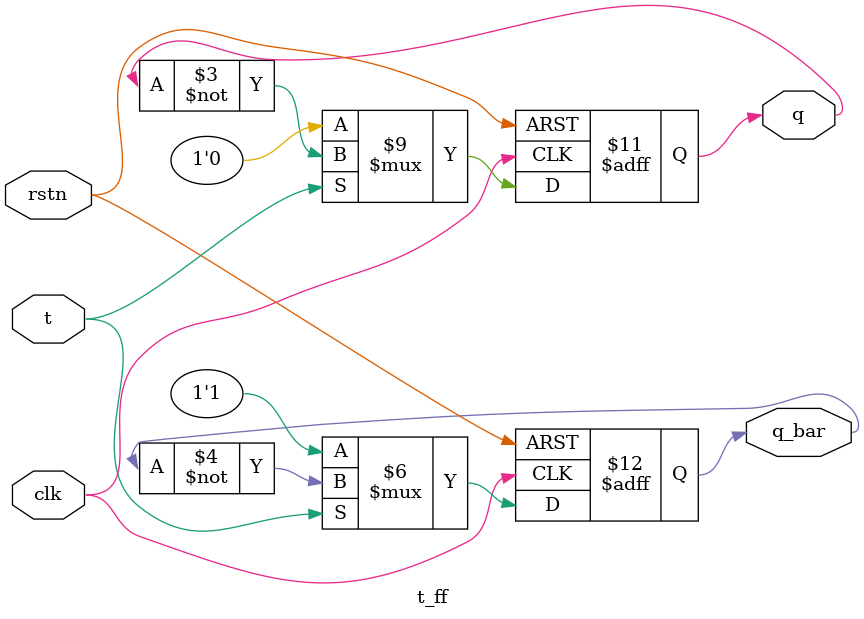
<source format=v>
`timescale 1ns / 1ps


module t_ff(
    input t,
    input clk,
    input rstn,
    output reg q,
    output reg q_bar
    );
always @(posedge clk, negedge rstn) begin
    if (!rstn) begin
        q=1'b0; q_bar=1'b1;
    end else begin
        if (t) begin
            q=~q; q_bar=~q_bar;
        end else begin
            q=1'b0; q_bar=1'b1;
        end 
    end
end
endmodule

</source>
